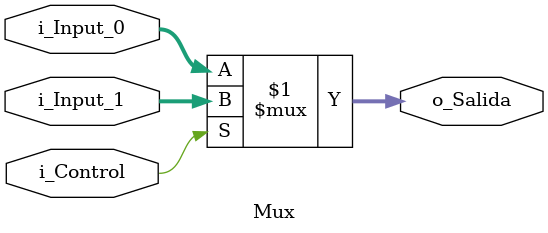
<source format=v>
`timescale 1ns / 1ps

module Mux (
	input  wire        i_Control ,
	input  wire [31:0] i_Input_0,
	input  wire [31:0] i_Input_1,
	output wire [31:0] o_Salida
);

	assign o_Salida = i_Control ? i_Input_1 : i_Input_0;

	endmodule
</source>
